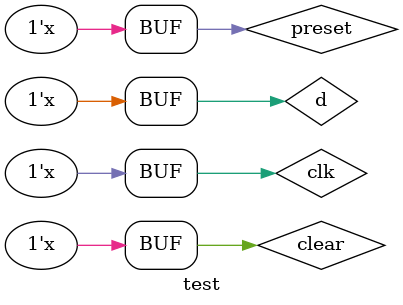
<source format=v>
`timescale 1ns / 1ps


module test;

	// Inputs
	reg d;
	reg clk;
	reg clear;
	reg preset;

	// Outputs
	wire q;
	wire q_bar;

	// Instantiate the Unit Under Test (UUT)
	DFlipFlop uut (
		.d(d), 
		.clk(clk), 
		.clear(clear), 
		.preset(preset), 
		.q(q), 
		.q_bar(q_bar)
	);

	initial begin
		// Initialize Inputs
		d = 0;
		clk = 0;
		clear = 1;
		preset = 1;

	end
	always #100 d = ~d;
	always #50 clk = ~clk;
	always #200 {clear,preset} = {clear,preset} +1;

endmodule


</source>
